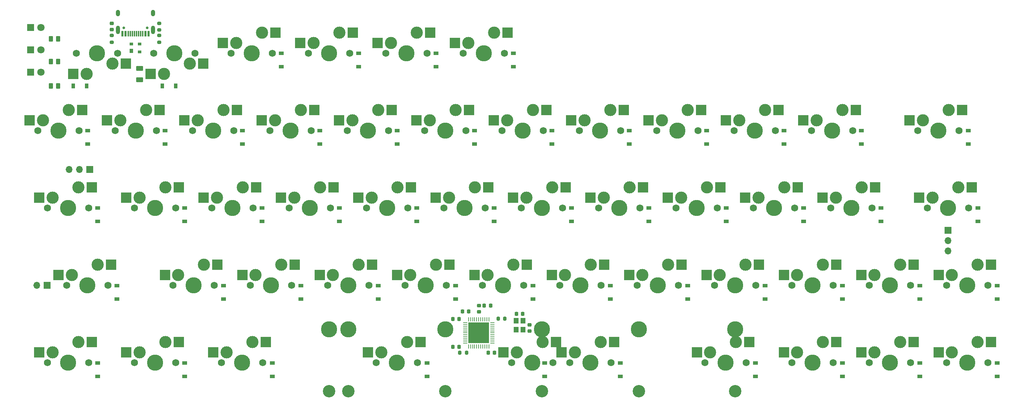
<source format=gbr>
%TF.GenerationSoftware,KiCad,Pcbnew,(6.0.0)*%
%TF.CreationDate,2022-02-04T02:04:47-08:00*%
%TF.ProjectId,Memoria,4d656d6f-7269-4612-9e6b-696361645f70,rev?*%
%TF.SameCoordinates,Original*%
%TF.FileFunction,Soldermask,Bot*%
%TF.FilePolarity,Negative*%
%FSLAX46Y46*%
G04 Gerber Fmt 4.6, Leading zero omitted, Abs format (unit mm)*
G04 Created by KiCad (PCBNEW (6.0.0)) date 2022-02-04 02:04:47*
%MOMM*%
%LPD*%
G01*
G04 APERTURE LIST*
G04 Aperture macros list*
%AMRoundRect*
0 Rectangle with rounded corners*
0 $1 Rounding radius*
0 $2 $3 $4 $5 $6 $7 $8 $9 X,Y pos of 4 corners*
0 Add a 4 corners polygon primitive as box body*
4,1,4,$2,$3,$4,$5,$6,$7,$8,$9,$2,$3,0*
0 Add four circle primitives for the rounded corners*
1,1,$1+$1,$2,$3*
1,1,$1+$1,$4,$5*
1,1,$1+$1,$6,$7*
1,1,$1+$1,$8,$9*
0 Add four rect primitives between the rounded corners*
20,1,$1+$1,$2,$3,$4,$5,0*
20,1,$1+$1,$4,$5,$6,$7,0*
20,1,$1+$1,$6,$7,$8,$9,0*
20,1,$1+$1,$8,$9,$2,$3,0*%
G04 Aperture macros list end*
%ADD10C,1.750000*%
%ADD11C,3.987800*%
%ADD12C,3.000000*%
%ADD13R,2.550000X2.500000*%
%ADD14R,1.700000X1.700000*%
%ADD15O,1.700000X1.700000*%
%ADD16R,1.800000X1.800000*%
%ADD17C,1.800000*%
%ADD18C,3.048000*%
%ADD19R,1.200000X0.900000*%
%ADD20R,0.900000X1.200000*%
%ADD21RoundRect,0.225000X-0.250000X0.225000X-0.250000X-0.225000X0.250000X-0.225000X0.250000X0.225000X0*%
%ADD22RoundRect,0.200000X-0.275000X0.200000X-0.275000X-0.200000X0.275000X-0.200000X0.275000X0.200000X0*%
%ADD23R,1.200000X1.400000*%
%ADD24RoundRect,0.225000X-0.225000X-0.250000X0.225000X-0.250000X0.225000X0.250000X-0.225000X0.250000X0*%
%ADD25RoundRect,0.200000X0.275000X-0.200000X0.275000X0.200000X-0.275000X0.200000X-0.275000X-0.200000X0*%
%ADD26RoundRect,0.250000X-0.262500X-0.450000X0.262500X-0.450000X0.262500X0.450000X-0.262500X0.450000X0*%
%ADD27RoundRect,0.225000X0.225000X0.250000X-0.225000X0.250000X-0.225000X-0.250000X0.225000X-0.250000X0*%
%ADD28C,0.650000*%
%ADD29R,0.600000X1.450000*%
%ADD30R,0.300000X1.450000*%
%ADD31O,1.000000X2.100000*%
%ADD32O,1.000000X1.600000*%
%ADD33RoundRect,0.062500X-0.062500X0.475000X-0.062500X-0.475000X0.062500X-0.475000X0.062500X0.475000X0*%
%ADD34RoundRect,0.062500X-0.475000X0.062500X-0.475000X-0.062500X0.475000X-0.062500X0.475000X0.062500X0*%
%ADD35R,5.200000X5.200000*%
%ADD36RoundRect,0.200000X0.200000X0.275000X-0.200000X0.275000X-0.200000X-0.275000X0.200000X-0.275000X0*%
%ADD37RoundRect,0.200000X-0.200000X-0.275000X0.200000X-0.275000X0.200000X0.275000X-0.200000X0.275000X0*%
%ADD38RoundRect,0.050000X0.350000X-0.500000X0.350000X0.500000X-0.350000X0.500000X-0.350000X-0.500000X0*%
%ADD39RoundRect,0.050000X0.350000X-0.300000X0.350000X0.300000X-0.350000X0.300000X-0.350000X-0.300000X0*%
%ADD40RoundRect,0.250000X-0.625000X0.375000X-0.625000X-0.375000X0.625000X-0.375000X0.625000X0.375000X0*%
G04 APERTURE END LIST*
D10*
%TO.C,MX3-3*%
X109855000Y-95250000D03*
D11*
X104775000Y-95250000D03*
D10*
X99695000Y-95250000D03*
D12*
X100965000Y-92710000D03*
X107315000Y-90170000D03*
D13*
X97690000Y-92710000D03*
X110617000Y-90170000D03*
%TD*%
D12*
%TO.C,MX3-10*%
X234315000Y-92710000D03*
D10*
X233045000Y-95250000D03*
D12*
X240665000Y-90170000D03*
D10*
X243205000Y-95250000D03*
D11*
X238125000Y-95250000D03*
D13*
X231040000Y-92710000D03*
X243967000Y-90170000D03*
%TD*%
D10*
%TO.C,MX3-11*%
X252095000Y-95250000D03*
D12*
X253365000Y-92710000D03*
D10*
X262255000Y-95250000D03*
D11*
X257175000Y-95250000D03*
D12*
X259715000Y-90170000D03*
D13*
X250090000Y-92710000D03*
X263017000Y-90170000D03*
%TD*%
D10*
%TO.C,MX2-0*%
X30638750Y-76200000D03*
D12*
X38258750Y-71120000D03*
X31908750Y-73660000D03*
D10*
X40798750Y-76200000D03*
D11*
X35718750Y-76200000D03*
D13*
X28633750Y-73660000D03*
X41560750Y-71120000D03*
%TD*%
D12*
%TO.C,MX4-2*%
X74771250Y-111760000D03*
X81121250Y-109220000D03*
D11*
X78581250Y-114300000D03*
D10*
X83661250Y-114300000D03*
X73501250Y-114300000D03*
D13*
X71496250Y-111760000D03*
X84423250Y-109220000D03*
%TD*%
D10*
%TO.C,MX1-10*%
X228917500Y-57150000D03*
D12*
X220027500Y-54610000D03*
D11*
X223837500Y-57150000D03*
D10*
X218757500Y-57150000D03*
D12*
X226377500Y-52070000D03*
D13*
X216752500Y-54610000D03*
X229679500Y-52070000D03*
%TD*%
D12*
%TO.C,MX3-8*%
X196215000Y-92710000D03*
D10*
X194945000Y-95250000D03*
D11*
X200025000Y-95250000D03*
D10*
X205105000Y-95250000D03*
D12*
X202565000Y-90170000D03*
D13*
X192940000Y-92710000D03*
X205867000Y-90170000D03*
%TD*%
D10*
%TO.C,MX1-6*%
X152717500Y-57150000D03*
D12*
X150177500Y-52070000D03*
X143827500Y-54610000D03*
D11*
X147637500Y-57150000D03*
D10*
X142557500Y-57150000D03*
D13*
X140552500Y-54610000D03*
X153479500Y-52070000D03*
%TD*%
D10*
%TO.C,MX2-6*%
X157480000Y-76200000D03*
X147320000Y-76200000D03*
D12*
X148590000Y-73660000D03*
X154940000Y-71120000D03*
D11*
X152400000Y-76200000D03*
D13*
X145315000Y-73660000D03*
X158242000Y-71120000D03*
%TD*%
D11*
%TO.C,MX0-4*%
X119062500Y-38100000D03*
D10*
X124142500Y-38100000D03*
D12*
X115252500Y-35560000D03*
X121602500Y-33020000D03*
D10*
X113982500Y-38100000D03*
D13*
X111977500Y-35560000D03*
X124904500Y-33020000D03*
%TD*%
D11*
%TO.C,MX0-3*%
X100012500Y-38100000D03*
D12*
X102552500Y-33020000D03*
D10*
X94932500Y-38100000D03*
D12*
X96202500Y-35560000D03*
D10*
X105092500Y-38100000D03*
D13*
X92927500Y-35560000D03*
X105854500Y-33020000D03*
%TD*%
D12*
%TO.C,MX3-4*%
X120015000Y-92710000D03*
X126365000Y-90170000D03*
D11*
X123825000Y-95250000D03*
D10*
X118745000Y-95250000D03*
X128905000Y-95250000D03*
D13*
X116740000Y-92710000D03*
X129667000Y-90170000D03*
%TD*%
D12*
%TO.C,MX0-0*%
X46672500Y-40640000D03*
D11*
X42862500Y-38100000D03*
D10*
X37782500Y-38100000D03*
D12*
X40322500Y-43180000D03*
D10*
X47942500Y-38100000D03*
D13*
X49947500Y-40640000D03*
X37020500Y-43180000D03*
%TD*%
D10*
%TO.C,MX2-8*%
X185420000Y-76200000D03*
D12*
X193040000Y-71120000D03*
D10*
X195580000Y-76200000D03*
D12*
X186690000Y-73660000D03*
D11*
X190500000Y-76200000D03*
D13*
X183415000Y-73660000D03*
X196342000Y-71120000D03*
%TD*%
D10*
%TO.C,MX2-10*%
X233680000Y-76200000D03*
D12*
X224790000Y-73660000D03*
X231140000Y-71120000D03*
D10*
X223520000Y-76200000D03*
D11*
X228600000Y-76200000D03*
D13*
X221515000Y-73660000D03*
X234442000Y-71120000D03*
%TD*%
D10*
%TO.C,MX0-5*%
X133032500Y-38100000D03*
X143192500Y-38100000D03*
D12*
X140652500Y-33020000D03*
D11*
X138112500Y-38100000D03*
D12*
X134302500Y-35560000D03*
D13*
X131027500Y-35560000D03*
X143954500Y-33020000D03*
%TD*%
D12*
%TO.C,MX0-1*%
X59372500Y-43180000D03*
D10*
X66992500Y-38100000D03*
D12*
X65722500Y-40640000D03*
D11*
X61912500Y-38100000D03*
D10*
X56832500Y-38100000D03*
D13*
X68997500Y-40640000D03*
X56070500Y-43180000D03*
%TD*%
D10*
%TO.C,MX2-2*%
X81280000Y-76200000D03*
D12*
X72390000Y-73660000D03*
D10*
X71120000Y-76200000D03*
D11*
X76200000Y-76200000D03*
D12*
X78740000Y-71120000D03*
D13*
X69115000Y-73660000D03*
X82042000Y-71120000D03*
%TD*%
D10*
%TO.C,MX1-8*%
X180657500Y-57150000D03*
D12*
X181927500Y-54610000D03*
D10*
X190817500Y-57150000D03*
D11*
X185737500Y-57150000D03*
D12*
X188277500Y-52070000D03*
D13*
X178652500Y-54610000D03*
X191579500Y-52070000D03*
%TD*%
D14*
%TO.C,J1*%
X252412500Y-81650000D03*
D15*
X252412500Y-84190000D03*
X252412500Y-86730000D03*
%TD*%
D16*
%TO.C,LED1*%
X26543000Y-31717000D03*
D17*
X29083000Y-31717000D03*
%TD*%
D11*
%TO.C,MX3-7*%
X180975000Y-95250000D03*
D10*
X175895000Y-95250000D03*
D12*
X183515000Y-90170000D03*
D10*
X186055000Y-95250000D03*
D12*
X177165000Y-92710000D03*
D13*
X173890000Y-92710000D03*
X186817000Y-90170000D03*
%TD*%
D12*
%TO.C,MX3-0*%
X36671250Y-92710000D03*
X43021250Y-90170000D03*
D11*
X40481250Y-95250000D03*
D10*
X45561250Y-95250000D03*
X35401250Y-95250000D03*
D13*
X33396250Y-92710000D03*
X46323250Y-90170000D03*
%TD*%
D12*
%TO.C,MX2-1*%
X59690000Y-71120000D03*
D10*
X52070000Y-76200000D03*
D12*
X53340000Y-73660000D03*
D10*
X62230000Y-76200000D03*
D11*
X57150000Y-76200000D03*
D13*
X50065000Y-73660000D03*
X62992000Y-71120000D03*
%TD*%
D10*
%TO.C,MX1-2*%
X66357500Y-57150000D03*
D12*
X67627500Y-54610000D03*
D10*
X76517500Y-57150000D03*
D11*
X71437500Y-57150000D03*
D12*
X73977500Y-52070000D03*
D13*
X64352500Y-54610000D03*
X77279500Y-52070000D03*
%TD*%
D10*
%TO.C,MX2-3*%
X90170000Y-76200000D03*
D12*
X91440000Y-73660000D03*
X97790000Y-71120000D03*
D11*
X95250000Y-76200000D03*
D10*
X100330000Y-76200000D03*
D13*
X88165000Y-73660000D03*
X101092000Y-71120000D03*
%TD*%
D10*
%TO.C,MX4-11*%
X262255000Y-114300000D03*
D12*
X253365000Y-111760000D03*
D10*
X252095000Y-114300000D03*
D12*
X259715000Y-109220000D03*
D11*
X257175000Y-114300000D03*
D13*
X250090000Y-111760000D03*
X263017000Y-109220000D03*
%TD*%
D16*
%TO.C,LED2*%
X26543000Y-37242000D03*
D17*
X29083000Y-37242000D03*
%TD*%
D12*
%TO.C,MX2-7*%
X167640000Y-73660000D03*
D11*
X171450000Y-76200000D03*
D10*
X176530000Y-76200000D03*
X166370000Y-76200000D03*
D12*
X173990000Y-71120000D03*
D13*
X164365000Y-73660000D03*
X177292000Y-71120000D03*
%TD*%
D14*
%TO.C,J2*%
X41112500Y-66675000D03*
D15*
X38572500Y-66675000D03*
X36032500Y-66675000D03*
%TD*%
D11*
%TO.C,MX1-1*%
X52387500Y-57150000D03*
D10*
X47307500Y-57150000D03*
D12*
X54927500Y-52070000D03*
D10*
X57467500Y-57150000D03*
D12*
X48577500Y-54610000D03*
D13*
X45302500Y-54610000D03*
X58229500Y-52070000D03*
%TD*%
D12*
%TO.C,MX3-1*%
X62865000Y-92710000D03*
D10*
X71755000Y-95250000D03*
D12*
X69215000Y-90170000D03*
D11*
X66675000Y-95250000D03*
D10*
X61595000Y-95250000D03*
D13*
X59590000Y-92710000D03*
X72517000Y-90170000D03*
%TD*%
D10*
%TO.C,MX1-0*%
X38417500Y-57150000D03*
D12*
X35877500Y-52070000D03*
D10*
X28257500Y-57150000D03*
D11*
X33337500Y-57150000D03*
D12*
X29527500Y-54610000D03*
D13*
X26252500Y-54610000D03*
X39179500Y-52070000D03*
%TD*%
D10*
%TO.C,MX3-9*%
X224155000Y-95250000D03*
D12*
X221615000Y-90170000D03*
X215265000Y-92710000D03*
D11*
X219075000Y-95250000D03*
D10*
X213995000Y-95250000D03*
D13*
X211990000Y-92710000D03*
X224917000Y-90170000D03*
%TD*%
D10*
%TO.C,MX2-9*%
X214630000Y-76200000D03*
D12*
X212090000Y-71120000D03*
D11*
X209550000Y-76200000D03*
D10*
X204470000Y-76200000D03*
D12*
X205740000Y-73660000D03*
D13*
X202465000Y-73660000D03*
X215392000Y-71120000D03*
%TD*%
D10*
%TO.C,MX3-6*%
X156845000Y-95250000D03*
D11*
X161925000Y-95250000D03*
D12*
X164465000Y-90170000D03*
D10*
X167005000Y-95250000D03*
D12*
X158115000Y-92710000D03*
D13*
X154840000Y-92710000D03*
X167767000Y-90170000D03*
%TD*%
D10*
%TO.C,MX2-4*%
X109220000Y-76200000D03*
D11*
X114300000Y-76200000D03*
D10*
X119380000Y-76200000D03*
D12*
X110490000Y-73660000D03*
X116840000Y-71120000D03*
D13*
X107215000Y-73660000D03*
X120142000Y-71120000D03*
%TD*%
D11*
%TO.C,MX3-5*%
X142875000Y-95250000D03*
D12*
X139065000Y-92710000D03*
D10*
X147955000Y-95250000D03*
D12*
X145415000Y-90170000D03*
D10*
X137795000Y-95250000D03*
D13*
X135790000Y-92710000D03*
X148717000Y-90170000D03*
%TD*%
D10*
%TO.C,MX1-9*%
X209867500Y-57150000D03*
D12*
X200977500Y-54610000D03*
X207327500Y-52070000D03*
D11*
X204787500Y-57150000D03*
D10*
X199707500Y-57150000D03*
D13*
X197702500Y-54610000D03*
X210629500Y-52070000D03*
%TD*%
D16*
%TO.C,LED3*%
X26543000Y-42767000D03*
D17*
X29083000Y-42767000D03*
%TD*%
D10*
%TO.C,MX1-4*%
X114617500Y-57150000D03*
D12*
X105727500Y-54610000D03*
D10*
X104457500Y-57150000D03*
D12*
X112077500Y-52070000D03*
D11*
X109537500Y-57150000D03*
D13*
X102452500Y-54610000D03*
X115379500Y-52070000D03*
%TD*%
D12*
%TO.C,MX1-5*%
X124777500Y-54610000D03*
X131127500Y-52070000D03*
D11*
X128587500Y-57150000D03*
D10*
X133667500Y-57150000D03*
X123507500Y-57150000D03*
D13*
X121502500Y-54610000D03*
X134429500Y-52070000D03*
%TD*%
D12*
%TO.C,MX1-11*%
X246221250Y-54610000D03*
D10*
X244951250Y-57150000D03*
D12*
X252571250Y-52070000D03*
D11*
X250031250Y-57150000D03*
D10*
X255111250Y-57150000D03*
D13*
X242946250Y-54610000D03*
X255873250Y-52070000D03*
%TD*%
D14*
%TO.C,Reset1*%
X30575000Y-95250000D03*
D15*
X28035000Y-95250000D03*
%TD*%
D10*
%TO.C,MX4-10*%
X243205000Y-114300000D03*
X233045000Y-114300000D03*
D11*
X238125000Y-114300000D03*
D12*
X240665000Y-109220000D03*
X234315000Y-111760000D03*
D13*
X231040000Y-111760000D03*
X243967000Y-109220000D03*
%TD*%
D10*
%TO.C,MX4-0*%
X40798750Y-114300000D03*
D12*
X38258750Y-109220000D03*
D11*
X35718750Y-114300000D03*
D12*
X31908750Y-111760000D03*
D10*
X30638750Y-114300000D03*
D13*
X28633750Y-111760000D03*
X41560750Y-109220000D03*
%TD*%
D10*
%TO.C,MX4-1*%
X62230000Y-114300000D03*
D12*
X59690000Y-109220000D03*
D10*
X52070000Y-114300000D03*
D11*
X57150000Y-114300000D03*
D12*
X53340000Y-111760000D03*
D13*
X50065000Y-111760000D03*
X62992000Y-109220000D03*
%TD*%
D10*
%TO.C,MX4-9*%
X224155000Y-114300000D03*
D11*
X219075000Y-114300000D03*
D12*
X221615000Y-109220000D03*
X215265000Y-111760000D03*
D10*
X213995000Y-114300000D03*
D13*
X211990000Y-111760000D03*
X224917000Y-109220000D03*
%TD*%
D12*
%TO.C,MX4-6+Minisub1*%
X160496250Y-111760000D03*
D11*
X152368250Y-106045000D03*
D18*
X152368250Y-121285000D03*
X176244250Y-121285000D03*
D10*
X169386250Y-114300000D03*
D11*
X176244250Y-106045000D03*
D10*
X159226250Y-114300000D03*
D11*
X164306250Y-114300000D03*
D12*
X166846250Y-109220000D03*
D13*
X157221250Y-111760000D03*
X170148250Y-109220000D03*
%TD*%
D12*
%TO.C,MX0-2*%
X83502500Y-33020000D03*
D11*
X80962500Y-38100000D03*
D10*
X75882500Y-38100000D03*
X86042500Y-38100000D03*
D12*
X77152500Y-35560000D03*
D13*
X73877500Y-35560000D03*
X86804500Y-33020000D03*
%TD*%
D10*
%TO.C,MX2-5*%
X128270000Y-76200000D03*
D11*
X133350000Y-76200000D03*
D12*
X135890000Y-71120000D03*
D10*
X138430000Y-76200000D03*
D12*
X129540000Y-73660000D03*
D13*
X126265000Y-73660000D03*
X139192000Y-71120000D03*
%TD*%
D11*
%TO.C,MX3-2*%
X85725000Y-95250000D03*
D12*
X88265000Y-90170000D03*
D10*
X90805000Y-95250000D03*
X80645000Y-95250000D03*
D12*
X81915000Y-92710000D03*
D13*
X78640000Y-92710000D03*
X91567000Y-90170000D03*
%TD*%
D10*
%TO.C,MX2-11*%
X257492500Y-76200000D03*
D12*
X254952500Y-71120000D03*
X248602500Y-73660000D03*
D11*
X252412500Y-76200000D03*
D10*
X247332500Y-76200000D03*
D13*
X245327500Y-73660000D03*
X258254500Y-71120000D03*
%TD*%
D12*
%TO.C,MX4-4+Minisub1*%
X112871250Y-111760000D03*
D11*
X116681250Y-114300000D03*
X128619250Y-106045000D03*
D10*
X111601250Y-114300000D03*
D12*
X119221250Y-109220000D03*
D18*
X104743250Y-121285000D03*
X128619250Y-121285000D03*
D10*
X121761250Y-114300000D03*
D11*
X104743250Y-106045000D03*
D13*
X109596250Y-111760000D03*
X122523250Y-109220000D03*
%TD*%
D10*
%TO.C,MX4-8+Minisub1*%
X202723750Y-114300000D03*
D12*
X193833750Y-111760000D03*
D11*
X197643750Y-114300000D03*
D12*
X200183750Y-109220000D03*
D10*
X192563750Y-114300000D03*
D13*
X190558750Y-111760000D03*
X203485750Y-109220000D03*
%TD*%
D10*
%TO.C,MX1-3*%
X95567500Y-57150000D03*
D11*
X90487500Y-57150000D03*
D10*
X85407500Y-57150000D03*
D12*
X93027500Y-52070000D03*
X86677500Y-54610000D03*
D13*
X83402500Y-54610000D03*
X96329500Y-52070000D03*
%TD*%
D18*
%TO.C,MX4-5+Jetvan1*%
X100018850Y-121285000D03*
D12*
X152558750Y-109220000D03*
D18*
X200018650Y-121285000D03*
D11*
X100018850Y-106045000D03*
X150018750Y-114300000D03*
D12*
X146208750Y-111760000D03*
D10*
X155098750Y-114300000D03*
D11*
X200018650Y-106045000D03*
D10*
X144938750Y-114300000D03*
D13*
X142933750Y-111760000D03*
X155860750Y-109220000D03*
%TD*%
D11*
%TO.C,MX1-7*%
X166687500Y-57150000D03*
D12*
X162877500Y-54610000D03*
D10*
X161607500Y-57150000D03*
X171767500Y-57150000D03*
D12*
X169227500Y-52070000D03*
D13*
X159602500Y-54610000D03*
X172529500Y-52070000D03*
%TD*%
D19*
%TO.C,D2-6*%
X159650000Y-79450000D03*
X159650000Y-76150000D03*
%TD*%
D20*
%TO.C,D0-0*%
X40320000Y-46101000D03*
X37020000Y-46101000D03*
%TD*%
D19*
%TO.C,D4-5*%
X153125000Y-117700000D03*
X153125000Y-114400000D03*
%TD*%
%TO.C,D3-0*%
X47800000Y-98650000D03*
X47800000Y-95350000D03*
%TD*%
%TO.C,D2-4*%
X121550000Y-79450000D03*
X121550000Y-76150000D03*
%TD*%
%TO.C,D3-9*%
X226400000Y-98650000D03*
X226400000Y-95350000D03*
%TD*%
D21*
%TO.C,C8*%
X149350000Y-106475000D03*
X149350000Y-104925000D03*
%TD*%
D19*
%TO.C,D3-7*%
X188300000Y-98650000D03*
X188300000Y-95350000D03*
%TD*%
D22*
%TO.C,R5*%
X58150000Y-30675000D03*
X58150000Y-32325000D03*
%TD*%
D19*
%TO.C,D3-10*%
X245450000Y-98650000D03*
X245450000Y-95350000D03*
%TD*%
%TO.C,D2-2*%
X83450000Y-79450000D03*
X83450000Y-76150000D03*
%TD*%
%TO.C,D1-5*%
X135850000Y-60400000D03*
X135850000Y-57100000D03*
%TD*%
%TO.C,D4-4*%
X124100000Y-117700000D03*
X124100000Y-114400000D03*
%TD*%
%TO.C,D4-6*%
X171750000Y-117700000D03*
X171750000Y-114400000D03*
%TD*%
D23*
%TO.C,Y1*%
X146075000Y-106174450D03*
X146075000Y-103974450D03*
X147775000Y-103974450D03*
X147775000Y-106174450D03*
%TD*%
D19*
%TO.C,D4-10*%
X245450000Y-117700000D03*
X245450000Y-114400000D03*
%TD*%
D21*
%TO.C,C7*%
X46500000Y-30725000D03*
X46500000Y-32275000D03*
%TD*%
D19*
%TO.C,D2-10*%
X235850000Y-79450000D03*
X235850000Y-76150000D03*
%TD*%
D21*
%TO.C,C1*%
X136912500Y-100225000D03*
X136912500Y-101775000D03*
%TD*%
D19*
%TO.C,D4-9*%
X226400000Y-117700000D03*
X226400000Y-114400000D03*
%TD*%
%TO.C,D4-8*%
X205000000Y-117700000D03*
X205000000Y-114400000D03*
%TD*%
%TO.C,D3-11*%
X264500000Y-98650000D03*
X264500000Y-95350000D03*
%TD*%
%TO.C,D1-1*%
X59650000Y-60400000D03*
X59650000Y-57100000D03*
%TD*%
%TO.C,D2-3*%
X102500000Y-79450000D03*
X102500000Y-76150000D03*
%TD*%
%TO.C,D2-9*%
X216800000Y-79450000D03*
X216800000Y-76150000D03*
%TD*%
%TO.C,D1-8*%
X193000000Y-60400000D03*
X193000000Y-57100000D03*
%TD*%
%TO.C,D3-5*%
X150200000Y-98650000D03*
X150200000Y-95350000D03*
%TD*%
%TO.C,D1-6*%
X154900000Y-60400000D03*
X154900000Y-57100000D03*
%TD*%
D24*
%TO.C,C4*%
X139175000Y-111800000D03*
X140725000Y-111800000D03*
%TD*%
D19*
%TO.C,D4-0*%
X43000000Y-117700000D03*
X43000000Y-114400000D03*
%TD*%
%TO.C,D1-10*%
X231100000Y-60400000D03*
X231100000Y-57100000D03*
%TD*%
D25*
%TO.C,R2*%
X46500000Y-35325000D03*
X46500000Y-33675000D03*
%TD*%
D19*
%TO.C,D1-3*%
X97750000Y-60400000D03*
X97750000Y-57100000D03*
%TD*%
%TO.C,D1-7*%
X173950000Y-60400000D03*
X173950000Y-57100000D03*
%TD*%
%TO.C,D2-7*%
X178700000Y-79450000D03*
X178700000Y-76150000D03*
%TD*%
%TO.C,D2-0*%
X43000000Y-79450000D03*
X43000000Y-76150000D03*
%TD*%
%TO.C,D3-3*%
X112100000Y-98650000D03*
X112100000Y-95350000D03*
%TD*%
%TO.C,D3-1*%
X74000000Y-98650000D03*
X74000000Y-95350000D03*
%TD*%
D26*
%TO.C,R11*%
X31472500Y-34544000D03*
X33297500Y-34544000D03*
%TD*%
D19*
%TO.C,D4-11*%
X264500000Y-117700000D03*
X264500000Y-114400000D03*
%TD*%
%TO.C,D0-3*%
X107250000Y-41400000D03*
X107250000Y-38100000D03*
%TD*%
%TO.C,D2-1*%
X64400000Y-79450000D03*
X64400000Y-76150000D03*
%TD*%
D20*
%TO.C,D0-1*%
X58940000Y-46100000D03*
X62240000Y-46100000D03*
%TD*%
D19*
%TO.C,D0-5*%
X145350000Y-41400000D03*
X145350000Y-38100000D03*
%TD*%
D26*
%TO.C,R13*%
X31472500Y-46101000D03*
X33297500Y-46101000D03*
%TD*%
D19*
%TO.C,D3-2*%
X93050000Y-98650000D03*
X93050000Y-95350000D03*
%TD*%
%TO.C,D1-9*%
X212050000Y-60400000D03*
X212050000Y-57100000D03*
%TD*%
D27*
%TO.C,C5*%
X132025000Y-103550000D03*
X130475000Y-103550000D03*
%TD*%
D28*
%TO.C,USB1*%
X49434000Y-31777000D03*
X55214000Y-31777000D03*
D29*
X49099000Y-33222000D03*
X49874000Y-33222000D03*
D30*
X50574000Y-33222000D03*
X51074000Y-33222000D03*
X51574000Y-33222000D03*
X52074000Y-33222000D03*
X52574000Y-33222000D03*
X53074000Y-33222000D03*
X53574000Y-33222000D03*
X54074000Y-33222000D03*
D29*
X54774000Y-33222000D03*
X55549000Y-33222000D03*
D31*
X48004000Y-32307000D03*
D32*
X48004000Y-28127000D03*
D31*
X56644000Y-32307000D03*
D32*
X56644000Y-28127000D03*
%TD*%
D19*
%TO.C,D1-11*%
X257412500Y-60400000D03*
X257412500Y-57100000D03*
%TD*%
%TO.C,D1-0*%
X40600000Y-60400000D03*
X40600000Y-57100000D03*
%TD*%
D27*
%TO.C,C6*%
X134375000Y-101700000D03*
X132825000Y-101700000D03*
%TD*%
D33*
%TO.C,U2*%
X134350000Y-103612500D03*
X134850000Y-103612500D03*
X135350000Y-103612500D03*
X135850000Y-103612500D03*
X136350000Y-103612500D03*
X136850000Y-103612500D03*
X137350000Y-103612500D03*
X137850000Y-103612500D03*
X138350000Y-103612500D03*
X138850000Y-103612500D03*
X139350000Y-103612500D03*
D34*
X140187500Y-104450000D03*
X140187500Y-104950000D03*
X140187500Y-105450000D03*
X140187500Y-105950000D03*
X140187500Y-106450000D03*
X140187500Y-106950000D03*
X140187500Y-107450000D03*
X140187500Y-107950000D03*
X140187500Y-108450000D03*
X140187500Y-108950000D03*
X140187500Y-109450000D03*
D33*
X139350000Y-110287500D03*
X138850000Y-110287500D03*
X138350000Y-110287500D03*
X137850000Y-110287500D03*
X137350000Y-110287500D03*
X136850000Y-110287500D03*
X136350000Y-110287500D03*
X135850000Y-110287500D03*
X135350000Y-110287500D03*
X134850000Y-110287500D03*
X134350000Y-110287500D03*
D34*
X133512500Y-109450000D03*
X133512500Y-108950000D03*
X133512500Y-108450000D03*
X133512500Y-107950000D03*
X133512500Y-107450000D03*
X133512500Y-106950000D03*
X133512500Y-106450000D03*
X133512500Y-105950000D03*
X133512500Y-105450000D03*
X133512500Y-104950000D03*
X133512500Y-104450000D03*
D35*
X136850000Y-106950000D03*
%TD*%
D19*
%TO.C,D1-4*%
X116800000Y-60400000D03*
X116800000Y-57100000D03*
%TD*%
D25*
%TO.C,R3*%
X58150000Y-35325000D03*
X58150000Y-33675000D03*
%TD*%
D36*
%TO.C,R1*%
X143275000Y-103400000D03*
X141625000Y-103400000D03*
%TD*%
D19*
%TO.C,D2-11*%
X259750000Y-79450000D03*
X259750000Y-76150000D03*
%TD*%
D26*
%TO.C,R12*%
X31472500Y-40132000D03*
X33297500Y-40132000D03*
%TD*%
D19*
%TO.C,D2-8*%
X197750000Y-79450000D03*
X197750000Y-76150000D03*
%TD*%
D27*
%TO.C,C3*%
X132025000Y-110350000D03*
X130475000Y-110350000D03*
%TD*%
D19*
%TO.C,D4-1*%
X64400000Y-117700000D03*
X64400000Y-114400000D03*
%TD*%
%TO.C,D2-5*%
X140600000Y-79450000D03*
X140600000Y-76150000D03*
%TD*%
D37*
%TO.C,R4*%
X132175000Y-111810000D03*
X133825000Y-111810000D03*
%TD*%
D19*
%TO.C,D4-2*%
X86000000Y-117700000D03*
X86000000Y-114400000D03*
%TD*%
%TO.C,D0-2*%
X88250000Y-41400000D03*
X88250000Y-38100000D03*
%TD*%
D24*
%TO.C,C9*%
X146150000Y-102250000D03*
X147700000Y-102250000D03*
%TD*%
D19*
%TO.C,D3-6*%
X169250000Y-98650000D03*
X169250000Y-95350000D03*
%TD*%
D27*
%TO.C,C2*%
X139775000Y-100250000D03*
X138225000Y-100250000D03*
%TD*%
D19*
%TO.C,D3-4*%
X131150000Y-98650000D03*
X131150000Y-95350000D03*
%TD*%
%TO.C,D1-2*%
X78700000Y-60400000D03*
X78700000Y-57100000D03*
%TD*%
D38*
%TO.C,U1*%
X51324000Y-37500000D03*
D39*
X51324000Y-35800000D03*
X53324000Y-35800000D03*
X53324000Y-37700000D03*
%TD*%
D19*
%TO.C,D0-4*%
X126300000Y-41400000D03*
X126300000Y-38100000D03*
%TD*%
D40*
%TO.C,F1*%
X53324000Y-41780000D03*
X53324000Y-44580000D03*
%TD*%
D19*
%TO.C,D3-8*%
X207350000Y-98650000D03*
X207350000Y-95350000D03*
%TD*%
M02*

</source>
